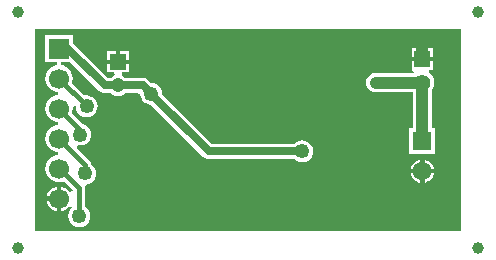
<source format=gbl>
G04*
G04 #@! TF.GenerationSoftware,Altium Limited,Altium Designer,18.1.1 (9)*
G04*
G04 Layer_Physical_Order=2*
G04 Layer_Color=16711680*
%FSLAX42Y42*%
%MOMM*%
G71*
G01*
G75*
%ADD27C,1.20*%
%ADD38C,1.00*%
%ADD39C,0.40*%
%ADD41C,0.70*%
%ADD45C,1.00*%
%ADD46R,1.40X1.40*%
%ADD47C,1.40*%
%ADD48C,1.60*%
%ADD49R,1.60X1.60*%
%ADD50R,1.70X1.70*%
%ADD51C,1.70*%
%ADD52C,1.25*%
%ADD53C,0.25*%
G36*
X3656Y44D02*
X44D01*
Y1756D01*
X3656D01*
Y44D01*
D02*
G37*
%LPC*%
G36*
X3415Y1590D02*
X3345D01*
Y1520D01*
X3415D01*
Y1590D01*
D02*
G37*
G36*
X3305D02*
X3235D01*
Y1520D01*
X3305D01*
Y1590D01*
D02*
G37*
G36*
X840Y1565D02*
X770D01*
Y1495D01*
X840D01*
Y1565D01*
D02*
G37*
G36*
X730D02*
X660D01*
Y1495D01*
X730D01*
Y1565D01*
D02*
G37*
G36*
X3415Y1480D02*
X3325D01*
X3235D01*
Y1410D01*
X3241D01*
X3255Y1389D01*
X3254Y1385D01*
X3248Y1381D01*
X2930D01*
X2909Y1378D01*
X2890Y1370D01*
X2873Y1357D01*
X2860Y1340D01*
X2852Y1321D01*
X2849Y1300D01*
X2852Y1279D01*
X2860Y1260D01*
X2873Y1243D01*
X2890Y1230D01*
X2909Y1222D01*
X2930Y1219D01*
X3244D01*
Y914D01*
X3215D01*
Y694D01*
X3435D01*
Y914D01*
X3406D01*
Y1241D01*
X3412Y1250D01*
X3422Y1274D01*
X3426Y1300D01*
X3422Y1326D01*
X3412Y1350D01*
X3396Y1371D01*
X3378Y1385D01*
X3379Y1396D01*
X3385Y1410D01*
X3415D01*
Y1480D01*
D02*
G37*
G36*
X365Y1702D02*
X135D01*
Y1472D01*
X233D01*
X235Y1447D01*
X220Y1445D01*
X192Y1433D01*
X168Y1415D01*
X150Y1391D01*
X138Y1363D01*
X134Y1333D01*
X138Y1303D01*
X150Y1275D01*
X168Y1251D01*
X192Y1233D01*
X220Y1221D01*
X237Y1219D01*
X238Y1219D01*
Y1193D01*
X237Y1193D01*
X220Y1191D01*
X192Y1179D01*
X168Y1161D01*
X150Y1137D01*
X138Y1109D01*
X134Y1079D01*
X138Y1049D01*
X150Y1021D01*
X168Y997D01*
X192Y979D01*
X220Y967D01*
X237Y965D01*
X238Y965D01*
Y939D01*
X237Y939D01*
X220Y937D01*
X192Y925D01*
X168Y907D01*
X150Y883D01*
X138Y855D01*
X134Y825D01*
X138Y795D01*
X150Y767D01*
X168Y743D01*
X192Y725D01*
X220Y713D01*
X237Y711D01*
X238Y711D01*
Y685D01*
X237Y685D01*
X220Y683D01*
X192Y671D01*
X168Y653D01*
X150Y629D01*
X138Y601D01*
X134Y571D01*
X138Y541D01*
X150Y513D01*
X168Y489D01*
X192Y471D01*
X220Y459D01*
X250Y455D01*
X280Y459D01*
X293Y465D01*
X364Y394D01*
X362Y382D01*
X336Y377D01*
X325Y392D01*
X303Y409D01*
X277Y419D01*
X270Y420D01*
Y317D01*
Y214D01*
X277Y215D01*
X303Y225D01*
X325Y242D01*
X332Y252D01*
X359Y246D01*
X360Y241D01*
X354Y236D01*
X339Y217D01*
X330Y194D01*
X327Y170D01*
X330Y146D01*
X339Y123D01*
X354Y104D01*
X373Y89D01*
X396Y80D01*
X420Y77D01*
X444Y80D01*
X467Y89D01*
X486Y104D01*
X501Y123D01*
X510Y146D01*
X513Y170D01*
X510Y194D01*
X501Y217D01*
X486Y236D01*
X471Y247D01*
Y410D01*
X470Y413D01*
X488Y439D01*
X489Y439D01*
X494Y440D01*
X517Y449D01*
X536Y464D01*
X551Y483D01*
X560Y506D01*
X563Y530D01*
X560Y554D01*
X551Y577D01*
X536Y596D01*
X520Y608D01*
X517Y625D01*
X506Y641D01*
X401Y746D01*
X414Y769D01*
X430Y767D01*
X454Y770D01*
X477Y779D01*
X496Y794D01*
X511Y813D01*
X520Y836D01*
X523Y860D01*
X520Y884D01*
X511Y907D01*
X496Y926D01*
X477Y941D01*
X454Y950D01*
X450Y951D01*
X359Y1042D01*
X362Y1049D01*
X366Y1079D01*
X364Y1095D01*
X387Y1110D01*
X391Y1108D01*
X390Y1100D01*
X393Y1076D01*
X402Y1053D01*
X417Y1034D01*
X436Y1019D01*
X459Y1010D01*
X483Y1007D01*
X507Y1010D01*
X530Y1019D01*
X549Y1034D01*
X564Y1053D01*
X573Y1076D01*
X576Y1100D01*
X573Y1124D01*
X564Y1147D01*
X549Y1166D01*
X530Y1181D01*
X507Y1190D01*
X483Y1193D01*
X464Y1191D01*
X359Y1296D01*
X362Y1303D01*
X366Y1333D01*
X362Y1363D01*
X350Y1391D01*
X332Y1415D01*
X308Y1433D01*
X280Y1445D01*
X265Y1447D01*
X267Y1472D01*
X345D01*
X589Y1229D01*
X602Y1218D01*
X618Y1212D01*
X635Y1209D01*
X688D01*
X705Y1196D01*
X727Y1187D01*
X750Y1184D01*
X773Y1187D01*
X795Y1196D01*
X812Y1209D01*
X912D01*
X937Y1205D01*
X940Y1181D01*
X949Y1158D01*
X964Y1139D01*
X983Y1124D01*
X1006Y1115D01*
X1030Y1112D01*
X1031Y1112D01*
X1471Y671D01*
X1485Y661D01*
X1501Y654D01*
X1518Y652D01*
X2241D01*
X2242Y652D01*
X2261Y637D01*
X2283Y627D01*
X2308Y624D01*
X2332Y627D01*
X2354Y637D01*
X2373Y652D01*
X2388Y671D01*
X2398Y693D01*
X2401Y718D01*
X2398Y742D01*
X2388Y764D01*
X2373Y783D01*
X2354Y798D01*
X2332Y808D01*
X2308Y811D01*
X2283Y808D01*
X2261Y798D01*
X2242Y783D01*
X2241Y783D01*
X1545D01*
X1123Y1204D01*
X1123Y1205D01*
X1120Y1229D01*
X1111Y1252D01*
X1096Y1271D01*
X1077Y1286D01*
X1054Y1295D01*
X1030Y1298D01*
X1029Y1298D01*
X1006Y1321D01*
X993Y1332D01*
X977Y1338D01*
X960Y1341D01*
X812D01*
X795Y1354D01*
X780Y1360D01*
X785Y1385D01*
X840D01*
Y1455D01*
X750D01*
X660D01*
Y1385D01*
X715D01*
X720Y1360D01*
X705Y1354D01*
X688Y1341D01*
X662D01*
X369Y1633D01*
X365Y1637D01*
Y1702D01*
D02*
G37*
G36*
X3345Y648D02*
Y570D01*
X3423D01*
X3422Y576D01*
X3412Y600D01*
X3396Y621D01*
X3375Y637D01*
X3351Y647D01*
X3345Y648D01*
D02*
G37*
G36*
X3305Y648D02*
X3299Y647D01*
X3275Y637D01*
X3254Y621D01*
X3238Y600D01*
X3228Y576D01*
X3227Y570D01*
X3305D01*
Y648D01*
D02*
G37*
G36*
X3423Y530D02*
X3345D01*
Y452D01*
X3351Y453D01*
X3375Y463D01*
X3396Y479D01*
X3412Y500D01*
X3422Y524D01*
X3423Y530D01*
D02*
G37*
G36*
X3305D02*
X3227D01*
X3228Y524D01*
X3238Y500D01*
X3254Y479D01*
X3275Y463D01*
X3299Y453D01*
X3305Y452D01*
Y530D01*
D02*
G37*
G36*
X230Y420D02*
X223Y419D01*
X197Y409D01*
X175Y392D01*
X158Y370D01*
X148Y344D01*
X147Y337D01*
X230D01*
Y420D01*
D02*
G37*
G36*
Y297D02*
X147D01*
X148Y290D01*
X158Y264D01*
X175Y242D01*
X197Y225D01*
X223Y215D01*
X230Y214D01*
Y297D01*
D02*
G37*
%LPD*%
D27*
X750Y1275D02*
D03*
D38*
X3090Y1300D02*
X3325D01*
X2930D02*
X3090D01*
X3325Y804D02*
Y1300D01*
Y1500D02*
Y1650D01*
X3283Y1692D02*
X3325Y1650D01*
X3075Y1692D02*
X3283D01*
D39*
X470Y530D02*
Y605D01*
X250Y825D02*
X470Y605D01*
X420Y170D02*
Y410D01*
X259Y571D02*
X420Y410D01*
X250Y1079D02*
X430Y899D01*
Y860D02*
Y899D01*
X250Y1333D02*
X483Y1100D01*
D41*
X1030Y1205D02*
X1518Y718D01*
X960Y1275D02*
X1030Y1205D01*
X1518Y718D02*
X2308D01*
X750Y1275D02*
X960D01*
X635D02*
X750D01*
X323Y1587D02*
X635Y1275D01*
X250Y1587D02*
X323D01*
D45*
X3800Y-100D02*
D03*
Y1900D02*
D03*
X-100D02*
D03*
Y-100D02*
D03*
X3090Y1300D02*
D03*
X2930D02*
D03*
D46*
X750Y1475D02*
D03*
X3325Y1500D02*
D03*
D47*
Y1300D02*
D03*
D48*
Y550D02*
D03*
D49*
Y804D02*
D03*
D50*
X250Y1587D02*
D03*
D51*
Y1333D02*
D03*
Y1079D02*
D03*
Y825D02*
D03*
Y571D02*
D03*
Y317D02*
D03*
D52*
X590Y170D02*
D03*
X470Y530D02*
D03*
X420Y170D02*
D03*
X430Y860D02*
D03*
X483Y1100D02*
D03*
X1030Y1205D02*
D03*
X570Y740D02*
D03*
X1430Y180D02*
D03*
X3075Y1692D02*
D03*
X2442Y482D02*
D03*
X1650Y925D02*
D03*
X1658Y1642D02*
D03*
X2308Y718D02*
D03*
D53*
X3325Y1300D02*
X3325Y1300D01*
X250Y571D02*
X259D01*
M02*

</source>
